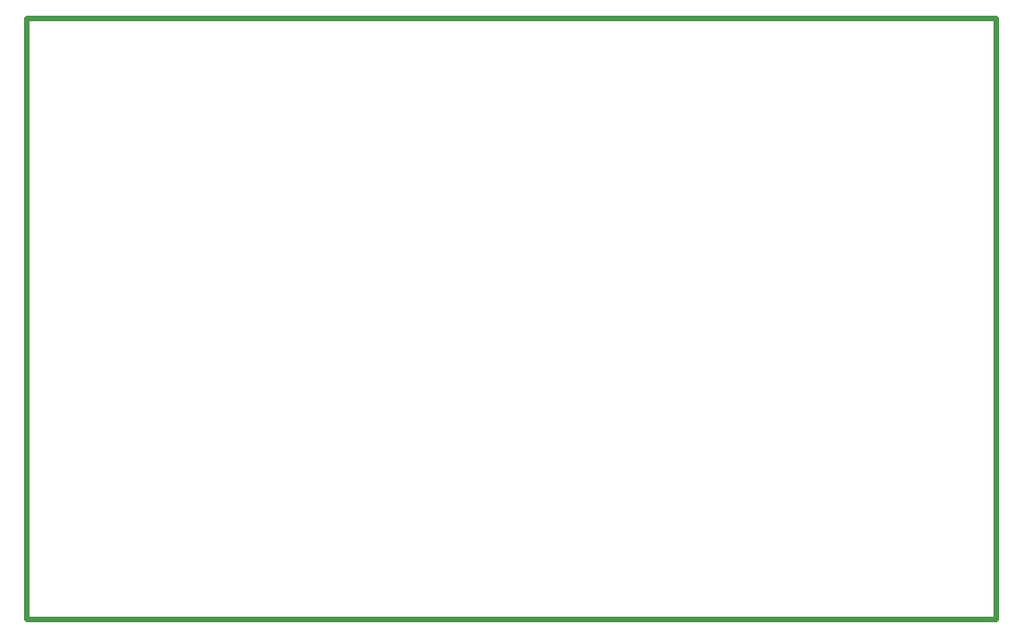
<source format=gko>
G04*
G04 #@! TF.GenerationSoftware,Altium Limited,Altium Designer,21.8.1 (53)*
G04*
G04 Layer_Color=16711935*
%FSLAX25Y25*%
%MOIN*%
G70*
G04*
G04 #@! TF.SameCoordinates,EC8DCCC1-7592-430C-AF42-B363D8801F71*
G04*
G04*
G04 #@! TF.FilePolarity,Positive*
G04*
G01*
G75*
%ADD11C,0.02000*%
D11*
X0Y0D02*
Y217000D01*
X350000D01*
Y0D02*
Y217000D01*
X0Y0D02*
X350000D01*
X0D02*
Y217000D01*
X350000D01*
X0Y0D02*
X350000D01*
M02*

</source>
